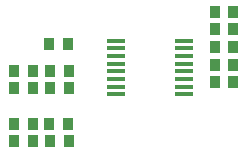
<source format=gtp>
G04*
G04 #@! TF.GenerationSoftware,Altium Limited,Altium Designer,24.10.1 (45)*
G04*
G04 Layer_Color=8421504*
%FSLAX25Y25*%
%MOIN*%
G70*
G04*
G04 #@! TF.SameCoordinates,7D61CDC6-73F6-4491-BD7D-58E7267C6A93*
G04*
G04*
G04 #@! TF.FilePolarity,Positive*
G04*
G01*
G75*
G04:AMPARAMS|DCode=14|XSize=43.31mil|YSize=35.43mil|CornerRadius=2.66mil|HoleSize=0mil|Usage=FLASHONLY|Rotation=90.000|XOffset=0mil|YOffset=0mil|HoleType=Round|Shape=RoundedRectangle|*
%AMROUNDEDRECTD14*
21,1,0.04331,0.03012,0,0,90.0*
21,1,0.03799,0.03543,0,0,90.0*
1,1,0.00532,0.01506,0.01900*
1,1,0.00532,0.01506,-0.01900*
1,1,0.00532,-0.01506,-0.01900*
1,1,0.00532,-0.01506,0.01900*
%
%ADD14ROUNDEDRECTD14*%
G04:AMPARAMS|DCode=15|XSize=43.31mil|YSize=35.43mil|CornerRadius=3.54mil|HoleSize=0mil|Usage=FLASHONLY|Rotation=270.000|XOffset=0mil|YOffset=0mil|HoleType=Round|Shape=RoundedRectangle|*
%AMROUNDEDRECTD15*
21,1,0.04331,0.02835,0,0,270.0*
21,1,0.03622,0.03543,0,0,270.0*
1,1,0.00709,-0.01417,-0.01811*
1,1,0.00709,-0.01417,0.01811*
1,1,0.00709,0.01417,0.01811*
1,1,0.00709,0.01417,-0.01811*
%
%ADD15ROUNDEDRECTD15*%
G04:AMPARAMS|DCode=16|XSize=59.06mil|YSize=15.75mil|CornerRadius=1.97mil|HoleSize=0mil|Usage=FLASHONLY|Rotation=0.000|XOffset=0mil|YOffset=0mil|HoleType=Round|Shape=RoundedRectangle|*
%AMROUNDEDRECTD16*
21,1,0.05906,0.01181,0,0,0.0*
21,1,0.05512,0.01575,0,0,0.0*
1,1,0.00394,0.02756,-0.00591*
1,1,0.00394,-0.02756,-0.00591*
1,1,0.00394,-0.02756,0.00591*
1,1,0.00394,0.02756,0.00591*
%
%ADD16ROUNDEDRECTD16*%
D14*
X62205Y62008D02*
D03*
X55905D02*
D03*
X117323Y72835D02*
D03*
X111024D02*
D03*
X117323Y66929D02*
D03*
X111024D02*
D03*
X117323Y61024D02*
D03*
X111024D02*
D03*
X50394Y29528D02*
D03*
X44094D02*
D03*
X50394Y35433D02*
D03*
X44094D02*
D03*
X50591Y47244D02*
D03*
X44291D02*
D03*
X50591Y53150D02*
D03*
X44291D02*
D03*
D15*
X56102Y29528D02*
D03*
X62402D02*
D03*
X55905Y35433D02*
D03*
X62205D02*
D03*
X56102Y47244D02*
D03*
X62402D02*
D03*
X56102Y53150D02*
D03*
X62402D02*
D03*
X111024Y49213D02*
D03*
X117323D02*
D03*
X111024Y55118D02*
D03*
X117323D02*
D03*
D16*
X100984Y63090D02*
D03*
Y60532D02*
D03*
Y57972D02*
D03*
Y55413D02*
D03*
Y52854D02*
D03*
Y50295D02*
D03*
Y47736D02*
D03*
Y45177D02*
D03*
X78150D02*
D03*
Y47736D02*
D03*
Y50295D02*
D03*
Y52854D02*
D03*
Y55413D02*
D03*
Y57972D02*
D03*
Y60532D02*
D03*
Y63090D02*
D03*
M02*

</source>
